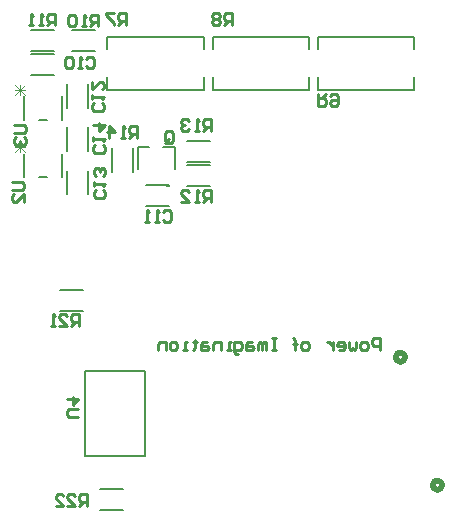
<source format=gbo>
G04*
G04 #@! TF.GenerationSoftware,Altium Limited,Altium Designer,23.10.1 (27)*
G04*
G04 Layer_Color=32896*
%FSLAX25Y25*%
%MOIN*%
G70*
G04*
G04 #@! TF.SameCoordinates,C0C592A9-96B4-4F53-9DEC-7EA94FB758FA*
G04*
G04*
G04 #@! TF.FilePolarity,Positive*
G04*
G01*
G75*
%ADD10C,0.02000*%
%ADD11C,0.00787*%
%ADD12C,0.00600*%
%ADD13C,0.00500*%
%ADD14C,0.01000*%
%ADD15C,0.00300*%
D10*
X290243Y237300D02*
X289892Y238264D01*
X289003Y238777D01*
X287993Y238599D01*
X287333Y237813D01*
Y236787D01*
X287993Y236001D01*
X289003Y235823D01*
X289892Y236336D01*
X290243Y237300D01*
X277900Y279970D02*
X277549Y280934D01*
X276660Y281447D01*
X275650Y281269D01*
X274991Y280483D01*
Y279457D01*
X275650Y278671D01*
X276660Y278492D01*
X277549Y279006D01*
X277900Y279970D01*
D11*
X199331Y336910D02*
X198543D01*
X199331D01*
D12*
X191400Y246900D02*
Y275500D01*
X171200Y246900D02*
X191400D01*
X171200D02*
Y275500D01*
X191400D01*
X150810Y358975D02*
Y366875D01*
X155830Y358975D02*
X158690D01*
X163710D02*
Y366875D01*
X150750Y339950D02*
Y347850D01*
X155770Y339950D02*
X158630D01*
X163650D02*
Y347850D01*
X213950Y382560D02*
Y386850D01*
Y368950D02*
X246050D01*
X213950D02*
Y373240D01*
Y386850D02*
X246050D01*
Y382560D02*
Y386850D01*
Y368950D02*
Y373240D01*
X248850Y382560D02*
Y386850D01*
Y368950D02*
X280950D01*
X248850D02*
Y373240D01*
Y386850D02*
X280950D01*
Y382560D02*
Y386850D01*
Y368950D02*
Y373240D01*
X178650Y382560D02*
Y386850D01*
Y368950D02*
X210750D01*
X178650D02*
Y373240D01*
Y386850D02*
X210750D01*
Y382560D02*
Y386850D01*
Y368950D02*
Y373240D01*
D13*
X162863Y295396D02*
X170737D01*
X162863Y302404D02*
X170737D01*
X166782Y389104D02*
X174656D01*
X166782Y382096D02*
X174656D01*
X153182Y389104D02*
X161056D01*
X153182Y382096D02*
X161056D01*
X205163Y336996D02*
X213037D01*
X205163Y344004D02*
X213037D01*
X188862Y349902D02*
X192602D01*
X188862Y342816D02*
Y349902D01*
X197398D02*
X201138D01*
Y342816D02*
Y349902D01*
X180096Y341682D02*
Y349556D01*
X187104Y341682D02*
Y349556D01*
X176182Y229096D02*
X184056D01*
X176182Y236104D02*
X184056D01*
X172303Y348763D02*
Y356637D01*
X165295Y348763D02*
Y356637D01*
X172303Y334244D02*
Y342118D01*
X165295Y334244D02*
Y342118D01*
X191482Y330296D02*
X199356D01*
X191482Y337304D02*
X199356D01*
X165295Y362982D02*
Y370856D01*
X172303Y362982D02*
Y370856D01*
X153163Y374096D02*
X161037D01*
X153163Y381104D02*
X161037D01*
X205163Y352104D02*
X213037D01*
X205163Y345096D02*
X213037D01*
D14*
X269600Y282307D02*
Y286243D01*
X267632D01*
X266976Y285587D01*
Y284275D01*
X267632Y283619D01*
X269600D01*
X265008Y282307D02*
X263696D01*
X263040Y282963D01*
Y284275D01*
X263696Y284931D01*
X265008D01*
X265664Y284275D01*
Y282963D01*
X265008Y282307D01*
X261729Y284931D02*
Y282963D01*
X261073Y282307D01*
X260417Y282963D01*
X259761Y282307D01*
X259105Y282963D01*
Y284931D01*
X255825Y282307D02*
X257137D01*
X257793Y282963D01*
Y284275D01*
X257137Y284931D01*
X255825D01*
X255169Y284275D01*
Y283619D01*
X257793D01*
X253857Y284931D02*
Y282307D01*
Y283619D01*
X253201Y284275D01*
X252545Y284931D01*
X251889D01*
X245330Y282307D02*
X244018D01*
X243362Y282963D01*
Y284275D01*
X244018Y284931D01*
X245330D01*
X245986Y284275D01*
Y282963D01*
X245330Y282307D01*
X241394D02*
Y285587D01*
Y284275D01*
X242050D01*
X240738D01*
X241394D01*
Y285587D01*
X240738Y286243D01*
X234834D02*
X233522D01*
X234178D01*
Y282307D01*
X234834D01*
X233522D01*
X231555D02*
Y284931D01*
X230899D01*
X230243Y284275D01*
Y282307D01*
Y284275D01*
X229587Y284931D01*
X228931Y284275D01*
Y282307D01*
X226963Y284931D02*
X225651D01*
X224995Y284275D01*
Y282307D01*
X226963D01*
X227619Y282963D01*
X226963Y283619D01*
X224995D01*
X222371Y280995D02*
X221715D01*
X221059Y281651D01*
Y284931D01*
X223027D01*
X223683Y284275D01*
Y282963D01*
X223027Y282307D01*
X221059D01*
X219747D02*
X218435D01*
X219091D01*
Y284931D01*
X219747D01*
X216467Y282307D02*
Y284931D01*
X214500D01*
X213844Y284275D01*
Y282307D01*
X211876Y284931D02*
X210564D01*
X209908Y284275D01*
Y282307D01*
X211876D01*
X212532Y282963D01*
X211876Y283619D01*
X209908D01*
X207940Y285587D02*
Y284931D01*
X208596D01*
X207284D01*
X207940D01*
Y282963D01*
X207284Y282307D01*
X205316D02*
X204004D01*
X204660D01*
Y284931D01*
X205316D01*
X201380Y282307D02*
X200069D01*
X199413Y282963D01*
Y284275D01*
X200069Y284931D01*
X201380D01*
X202036Y284275D01*
Y282963D01*
X201380Y282307D01*
X198101D02*
Y284931D01*
X196133D01*
X195477Y284275D01*
Y282307D01*
X169068Y260010D02*
X165788D01*
X165132Y260666D01*
Y261978D01*
X165788Y262634D01*
X169068D01*
X165132Y265914D02*
X169068D01*
X167100Y263946D01*
Y266569D01*
X147532Y357380D02*
X150812D01*
X151468Y356724D01*
Y355412D01*
X150812Y354756D01*
X147532D01*
X148188Y353444D02*
X147532Y352788D01*
Y351476D01*
X148188Y350820D01*
X148844D01*
X149500Y351476D01*
Y352132D01*
Y351476D01*
X150156Y350820D01*
X150812D01*
X151468Y351476D01*
Y352788D01*
X150812Y353444D01*
X147032Y338280D02*
X150312D01*
X150968Y337624D01*
Y336312D01*
X150312Y335656D01*
X147032D01*
X150968Y331720D02*
Y334344D01*
X148344Y331720D01*
X147688D01*
X147032Y332376D01*
Y333688D01*
X147688Y334344D01*
X171948Y230432D02*
Y234368D01*
X169980D01*
X169324Y233712D01*
Y232400D01*
X169980Y231744D01*
X171948D01*
X170636D02*
X169324Y230432D01*
X165388D02*
X168012D01*
X165388Y233056D01*
Y233712D01*
X166044Y234368D01*
X167356D01*
X168012Y233712D01*
X161452Y230432D02*
X164076D01*
X161452Y233056D01*
Y233712D01*
X162108Y234368D01*
X163420D01*
X164076Y233712D01*
X169192Y290332D02*
Y294268D01*
X167224D01*
X166568Y293612D01*
Y292300D01*
X167224Y291644D01*
X169192D01*
X167880D02*
X166568Y290332D01*
X162632D02*
X165256D01*
X162632Y292956D01*
Y293612D01*
X163288Y294268D01*
X164600D01*
X165256Y293612D01*
X161320Y290332D02*
X160008D01*
X160664D01*
Y294268D01*
X161320Y293612D01*
X188520Y352932D02*
Y356868D01*
X186552D01*
X185896Y356212D01*
Y354900D01*
X186552Y354244D01*
X188520D01*
X187208D02*
X185896Y352932D01*
X184584D02*
X183272D01*
X183928D01*
Y356868D01*
X184584Y356212D01*
X179336Y352932D02*
Y356868D01*
X181304Y354900D01*
X178680D01*
X213200Y355500D02*
Y359436D01*
X211232D01*
X210576Y358780D01*
Y357468D01*
X211232Y356812D01*
X213200D01*
X211888D02*
X210576Y355500D01*
X209264D02*
X207952D01*
X208608D01*
Y359436D01*
X209264Y358780D01*
X205984D02*
X205328Y359436D01*
X204017D01*
X203361Y358780D01*
Y358124D01*
X204017Y357468D01*
X204673D01*
X204017D01*
X203361Y356812D01*
Y356156D01*
X204017Y355500D01*
X205328D01*
X205984Y356156D01*
X213139Y331632D02*
Y335568D01*
X211171D01*
X210515Y334912D01*
Y333600D01*
X211171Y332944D01*
X213139D01*
X211827D02*
X210515Y331632D01*
X209203D02*
X207891D01*
X208547D01*
Y335568D01*
X209203Y334912D01*
X203299Y331632D02*
X205923D01*
X203299Y334256D01*
Y334912D01*
X203955Y335568D01*
X205267D01*
X205923Y334912D01*
X161264Y390532D02*
Y394468D01*
X159296D01*
X158640Y393812D01*
Y392500D01*
X159296Y391844D01*
X161264D01*
X159952D02*
X158640Y390532D01*
X157328D02*
X156016D01*
X156672D01*
Y394468D01*
X157328Y393812D01*
X154048Y390532D02*
X152736D01*
X153392D01*
Y394468D01*
X154048Y393812D01*
X175520Y390232D02*
Y394168D01*
X173552D01*
X172896Y393512D01*
Y392200D01*
X173552Y391544D01*
X175520D01*
X174208D02*
X172896Y390232D01*
X171584D02*
X170272D01*
X170928D01*
Y394168D01*
X171584Y393512D01*
X168304D02*
X167648Y394168D01*
X166336D01*
X165680Y393512D01*
Y390888D01*
X166336Y390232D01*
X167648D01*
X168304Y390888D01*
Y393512D01*
X249020Y367568D02*
Y363632D01*
X250988D01*
X251644Y364288D01*
Y365600D01*
X250988Y366256D01*
X249020D01*
X250332D02*
X251644Y367568D01*
X252956Y366912D02*
X253612Y367568D01*
X254924D01*
X255580Y366912D01*
Y364288D01*
X254924Y363632D01*
X253612D01*
X252956Y364288D01*
Y364944D01*
X253612Y365600D01*
X255580D01*
X220100Y390600D02*
Y394536D01*
X218132D01*
X217476Y393880D01*
Y392568D01*
X218132Y391912D01*
X220100D01*
X218788D02*
X217476Y390600D01*
X216164Y393880D02*
X215508Y394536D01*
X214196D01*
X213540Y393880D01*
Y393224D01*
X214196Y392568D01*
X213540Y391912D01*
Y391256D01*
X214196Y390600D01*
X215508D01*
X216164Y391256D01*
Y391912D01*
X215508Y392568D01*
X216164Y393224D01*
Y393880D01*
X215508Y392568D02*
X214196D01*
X184800Y390600D02*
Y394536D01*
X182832D01*
X182176Y393880D01*
Y392568D01*
X182832Y391912D01*
X184800D01*
X183488D02*
X182176Y390600D01*
X180864Y394536D02*
X178240D01*
Y393880D01*
X180864Y391256D01*
Y390600D01*
X197988Y352147D02*
Y354771D01*
X198644Y355427D01*
X199956D01*
X200612Y354771D01*
Y352147D01*
X199956Y351491D01*
X198644D01*
X199300Y352803D02*
X197988Y351491D01*
X198644D02*
X197988Y352147D01*
X177111Y350704D02*
X177767Y350048D01*
Y348736D01*
X177111Y348080D01*
X174487D01*
X173831Y348736D01*
Y350048D01*
X174487Y350704D01*
X173831Y352016D02*
Y353328D01*
Y352672D01*
X177767D01*
X177111Y352016D01*
X173831Y357264D02*
X177767D01*
X175799Y355296D01*
Y357920D01*
X177411Y335685D02*
X178067Y335029D01*
Y333717D01*
X177411Y333061D01*
X174787D01*
X174131Y333717D01*
Y335029D01*
X174787Y335685D01*
X174131Y336997D02*
Y338309D01*
Y337653D01*
X178067D01*
X177411Y336997D01*
Y340277D02*
X178067Y340933D01*
Y342245D01*
X177411Y342901D01*
X176755D01*
X176099Y342245D01*
Y341589D01*
Y342245D01*
X175443Y342901D01*
X174787D01*
X174131Y342245D01*
Y340933D01*
X174787Y340277D01*
X176912Y364604D02*
X177568Y363948D01*
Y362636D01*
X176912Y361980D01*
X174288D01*
X173632Y362636D01*
Y363948D01*
X174288Y364604D01*
X173632Y365916D02*
Y367228D01*
Y366572D01*
X177568D01*
X176912Y365916D01*
X173632Y371820D02*
Y369196D01*
X176256Y371820D01*
X176912D01*
X177568Y371164D01*
Y369852D01*
X176912Y369196D01*
X197159Y328312D02*
X197815Y328968D01*
X199127D01*
X199783Y328312D01*
Y325688D01*
X199127Y325032D01*
X197815D01*
X197159Y325688D01*
X195847Y325032D02*
X194535D01*
X195191D01*
Y328968D01*
X195847Y328312D01*
X192567Y325032D02*
X191255D01*
X191911D01*
Y328968D01*
X192567Y328312D01*
X171696Y379512D02*
X172352Y380168D01*
X173664D01*
X174320Y379512D01*
Y376888D01*
X173664Y376232D01*
X172352D01*
X171696Y376888D01*
X170384Y376232D02*
X169072D01*
X169728D01*
Y380168D01*
X170384Y379512D01*
X167104D02*
X166448Y380168D01*
X165136D01*
X164480Y379512D01*
Y376888D01*
X165136Y376232D01*
X166448D01*
X167104Y376888D01*
Y379512D01*
D15*
X147854Y370550D02*
X151187Y367218D01*
Y370550D02*
X147854Y367218D01*
X149521Y370550D02*
Y367218D01*
X151187Y368884D02*
X147854D01*
X147794Y351525D02*
X151127Y348193D01*
Y351525D02*
X147794Y348193D01*
X149461Y351525D02*
Y348193D01*
X151127Y349859D02*
X147794D01*
M02*

</source>
